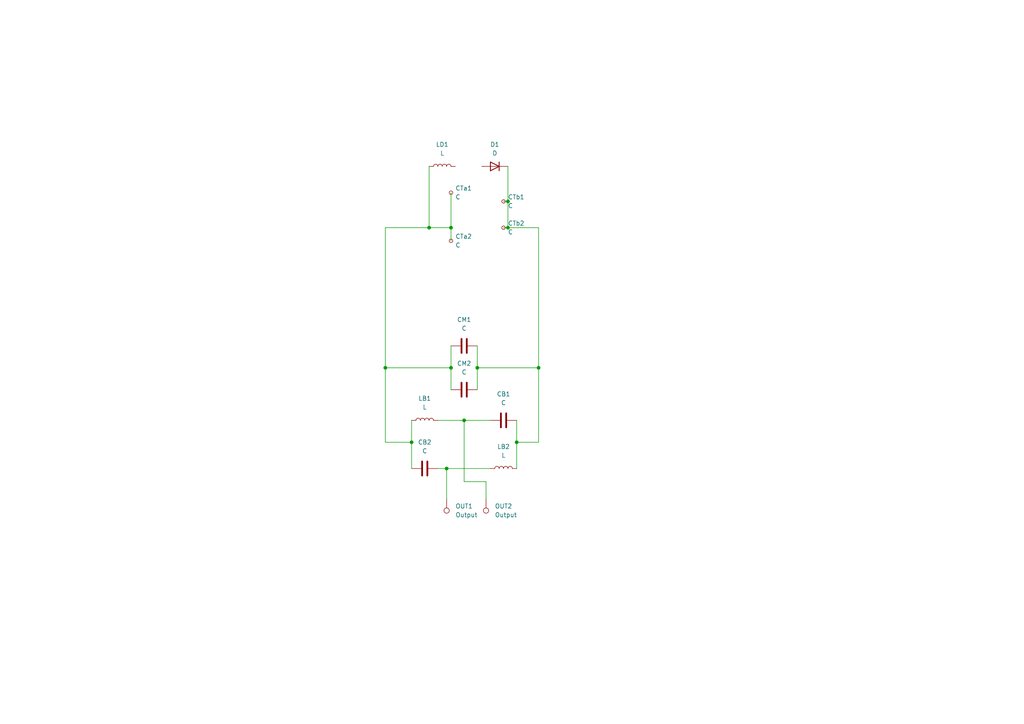
<source format=kicad_sch>
(kicad_sch (version 20211123) (generator eeschema)

  (uuid aa79024d-ca7e-4c24-b127-7df08bbd0c75)

  (paper "A4")

  (lib_symbols
    (symbol "Connector:TestPoint" (pin_numbers hide) (pin_names (offset 0.762) hide) (in_bom yes) (on_board yes)
      (property "Reference" "TP" (id 0) (at 0 6.858 0)
        (effects (font (size 1.27 1.27)))
      )
      (property "Value" "TestPoint" (id 1) (at 0 5.08 0)
        (effects (font (size 1.27 1.27)))
      )
      (property "Footprint" "" (id 2) (at 5.08 0 0)
        (effects (font (size 1.27 1.27)) hide)
      )
      (property "Datasheet" "~" (id 3) (at 5.08 0 0)
        (effects (font (size 1.27 1.27)) hide)
      )
      (property "ki_keywords" "test point tp" (id 4) (at 0 0 0)
        (effects (font (size 1.27 1.27)) hide)
      )
      (property "ki_description" "test point" (id 5) (at 0 0 0)
        (effects (font (size 1.27 1.27)) hide)
      )
      (property "ki_fp_filters" "Pin* Test*" (id 6) (at 0 0 0)
        (effects (font (size 1.27 1.27)) hide)
      )
      (symbol "TestPoint_0_1"
        (circle (center 0 3.302) (radius 0.762)
          (stroke (width 0) (type default) (color 0 0 0 0))
          (fill (type none))
        )
      )
      (symbol "TestPoint_1_1"
        (pin passive line (at 0 0 90) (length 2.54)
          (name "1" (effects (font (size 1.27 1.27))))
          (number "1" (effects (font (size 1.27 1.27))))
        )
      )
    )
    (symbol "Connector:TestPoint_Small" (pin_numbers hide) (pin_names (offset 0.762) hide) (in_bom yes) (on_board yes)
      (property "Reference" "TP" (id 0) (at 0 3.81 0)
        (effects (font (size 1.27 1.27)))
      )
      (property "Value" "TestPoint_Small" (id 1) (at 0 2.032 0)
        (effects (font (size 1.27 1.27)))
      )
      (property "Footprint" "" (id 2) (at 5.08 0 0)
        (effects (font (size 1.27 1.27)) hide)
      )
      (property "Datasheet" "~" (id 3) (at 5.08 0 0)
        (effects (font (size 1.27 1.27)) hide)
      )
      (property "ki_keywords" "test point tp" (id 4) (at 0 0 0)
        (effects (font (size 1.27 1.27)) hide)
      )
      (property "ki_description" "test point" (id 5) (at 0 0 0)
        (effects (font (size 1.27 1.27)) hide)
      )
      (property "ki_fp_filters" "Pin* Test*" (id 6) (at 0 0 0)
        (effects (font (size 1.27 1.27)) hide)
      )
      (symbol "TestPoint_Small_0_1"
        (circle (center 0 0) (radius 0.508)
          (stroke (width 0) (type default) (color 0 0 0 0))
          (fill (type none))
        )
      )
      (symbol "TestPoint_Small_1_1"
        (pin passive line (at 0 0 90) (length 0)
          (name "1" (effects (font (size 1.27 1.27))))
          (number "1" (effects (font (size 1.27 1.27))))
        )
      )
    )
    (symbol "Device:C" (pin_numbers hide) (pin_names (offset 0.254)) (in_bom yes) (on_board yes)
      (property "Reference" "C" (id 0) (at 0.635 2.54 0)
        (effects (font (size 1.27 1.27)) (justify left))
      )
      (property "Value" "C" (id 1) (at 0.635 -2.54 0)
        (effects (font (size 1.27 1.27)) (justify left))
      )
      (property "Footprint" "" (id 2) (at 0.9652 -3.81 0)
        (effects (font (size 1.27 1.27)) hide)
      )
      (property "Datasheet" "~" (id 3) (at 0 0 0)
        (effects (font (size 1.27 1.27)) hide)
      )
      (property "ki_keywords" "cap capacitor" (id 4) (at 0 0 0)
        (effects (font (size 1.27 1.27)) hide)
      )
      (property "ki_description" "Unpolarized capacitor" (id 5) (at 0 0 0)
        (effects (font (size 1.27 1.27)) hide)
      )
      (property "ki_fp_filters" "C_*" (id 6) (at 0 0 0)
        (effects (font (size 1.27 1.27)) hide)
      )
      (symbol "C_0_1"
        (polyline
          (pts
            (xy -2.032 -0.762)
            (xy 2.032 -0.762)
          )
          (stroke (width 0.508) (type default) (color 0 0 0 0))
          (fill (type none))
        )
        (polyline
          (pts
            (xy -2.032 0.762)
            (xy 2.032 0.762)
          )
          (stroke (width 0.508) (type default) (color 0 0 0 0))
          (fill (type none))
        )
      )
      (symbol "C_1_1"
        (pin passive line (at 0 3.81 270) (length 2.794)
          (name "~" (effects (font (size 1.27 1.27))))
          (number "1" (effects (font (size 1.27 1.27))))
        )
        (pin passive line (at 0 -3.81 90) (length 2.794)
          (name "~" (effects (font (size 1.27 1.27))))
          (number "2" (effects (font (size 1.27 1.27))))
        )
      )
    )
    (symbol "Device:D" (pin_numbers hide) (pin_names (offset 1.016) hide) (in_bom yes) (on_board yes)
      (property "Reference" "D" (id 0) (at 0 2.54 0)
        (effects (font (size 1.27 1.27)))
      )
      (property "Value" "D" (id 1) (at 0 -2.54 0)
        (effects (font (size 1.27 1.27)))
      )
      (property "Footprint" "" (id 2) (at 0 0 0)
        (effects (font (size 1.27 1.27)) hide)
      )
      (property "Datasheet" "~" (id 3) (at 0 0 0)
        (effects (font (size 1.27 1.27)) hide)
      )
      (property "ki_keywords" "diode" (id 4) (at 0 0 0)
        (effects (font (size 1.27 1.27)) hide)
      )
      (property "ki_description" "Diode" (id 5) (at 0 0 0)
        (effects (font (size 1.27 1.27)) hide)
      )
      (property "ki_fp_filters" "TO-???* *_Diode_* *SingleDiode* D_*" (id 6) (at 0 0 0)
        (effects (font (size 1.27 1.27)) hide)
      )
      (symbol "D_0_1"
        (polyline
          (pts
            (xy -1.27 1.27)
            (xy -1.27 -1.27)
          )
          (stroke (width 0.254) (type default) (color 0 0 0 0))
          (fill (type none))
        )
        (polyline
          (pts
            (xy 1.27 0)
            (xy -1.27 0)
          )
          (stroke (width 0) (type default) (color 0 0 0 0))
          (fill (type none))
        )
        (polyline
          (pts
            (xy 1.27 1.27)
            (xy 1.27 -1.27)
            (xy -1.27 0)
            (xy 1.27 1.27)
          )
          (stroke (width 0.254) (type default) (color 0 0 0 0))
          (fill (type none))
        )
      )
      (symbol "D_1_1"
        (pin passive line (at -3.81 0 0) (length 2.54)
          (name "K" (effects (font (size 1.27 1.27))))
          (number "1" (effects (font (size 1.27 1.27))))
        )
        (pin passive line (at 3.81 0 180) (length 2.54)
          (name "A" (effects (font (size 1.27 1.27))))
          (number "2" (effects (font (size 1.27 1.27))))
        )
      )
    )
    (symbol "Device:L" (pin_numbers hide) (pin_names (offset 1.016) hide) (in_bom yes) (on_board yes)
      (property "Reference" "L" (id 0) (at -1.27 0 90)
        (effects (font (size 1.27 1.27)))
      )
      (property "Value" "L" (id 1) (at 1.905 0 90)
        (effects (font (size 1.27 1.27)))
      )
      (property "Footprint" "" (id 2) (at 0 0 0)
        (effects (font (size 1.27 1.27)) hide)
      )
      (property "Datasheet" "~" (id 3) (at 0 0 0)
        (effects (font (size 1.27 1.27)) hide)
      )
      (property "ki_keywords" "inductor choke coil reactor magnetic" (id 4) (at 0 0 0)
        (effects (font (size 1.27 1.27)) hide)
      )
      (property "ki_description" "Inductor" (id 5) (at 0 0 0)
        (effects (font (size 1.27 1.27)) hide)
      )
      (property "ki_fp_filters" "Choke_* *Coil* Inductor_* L_*" (id 6) (at 0 0 0)
        (effects (font (size 1.27 1.27)) hide)
      )
      (symbol "L_0_1"
        (arc (start 0 -2.54) (mid 0.635 -1.905) (end 0 -1.27)
          (stroke (width 0) (type default) (color 0 0 0 0))
          (fill (type none))
        )
        (arc (start 0 -1.27) (mid 0.635 -0.635) (end 0 0)
          (stroke (width 0) (type default) (color 0 0 0 0))
          (fill (type none))
        )
        (arc (start 0 0) (mid 0.635 0.635) (end 0 1.27)
          (stroke (width 0) (type default) (color 0 0 0 0))
          (fill (type none))
        )
        (arc (start 0 1.27) (mid 0.635 1.905) (end 0 2.54)
          (stroke (width 0) (type default) (color 0 0 0 0))
          (fill (type none))
        )
      )
      (symbol "L_1_1"
        (pin passive line (at 0 3.81 270) (length 1.27)
          (name "1" (effects (font (size 1.27 1.27))))
          (number "1" (effects (font (size 1.27 1.27))))
        )
        (pin passive line (at 0 -3.81 90) (length 1.27)
          (name "2" (effects (font (size 1.27 1.27))))
          (number "2" (effects (font (size 1.27 1.27))))
        )
      )
    )
  )

  (junction (at 156.21 106.68) (diameter 0) (color 0 0 0 0)
    (uuid 0d2554c6-3c96-43c3-a33e-d419e73dd089)
  )
  (junction (at 134.62 121.92) (diameter 0) (color 0 0 0 0)
    (uuid 1453f220-f491-412a-b0a1-4b5a64e9a826)
  )
  (junction (at 119.38 128.27) (diameter 0) (color 0 0 0 0)
    (uuid 1b71caea-0c10-452d-920e-f004e5ebde3a)
  )
  (junction (at 130.81 106.68) (diameter 0) (color 0 0 0 0)
    (uuid 22b9416f-8f80-40da-9de3-7161140f5a40)
  )
  (junction (at 111.76 106.68) (diameter 0) (color 0 0 0 0)
    (uuid 5211beb4-8a8c-48a6-ba92-121f42aa792d)
  )
  (junction (at 147.32 58.42) (diameter 0) (color 0 0 0 0)
    (uuid 549b42ab-db9d-41e6-b6ee-149f2ee2b00b)
  )
  (junction (at 147.32 66.04) (diameter 0) (color 0 0 0 0)
    (uuid 5c32ca64-a464-4bad-80a5-f235d8b3dcea)
  )
  (junction (at 129.54 135.89) (diameter 0) (color 0 0 0 0)
    (uuid 9621439f-e726-4594-b098-ca56ea6ebea0)
  )
  (junction (at 124.46 66.04) (diameter 0) (color 0 0 0 0)
    (uuid a90cbe53-5b05-4644-ac26-76a5a28659a2)
  )
  (junction (at 130.81 66.04) (diameter 0) (color 0 0 0 0)
    (uuid dc8accd7-4bb7-4791-b134-36cfe2bf68fc)
  )
  (junction (at 149.86 128.27) (diameter 0) (color 0 0 0 0)
    (uuid eda1404a-25f3-42d4-b3de-9cb5b2a0a6f3)
  )
  (junction (at 138.43 106.68) (diameter 0) (color 0 0 0 0)
    (uuid f9ff315f-1426-4f80-ab29-9a84b3dc146b)
  )

  (wire (pts (xy 138.43 106.68) (xy 138.43 113.03))
    (stroke (width 0) (type default) (color 0 0 0 0))
    (uuid 02f95c07-3ce2-4f35-9cd8-dab73003bc99)
  )
  (wire (pts (xy 146.05 58.42) (xy 147.32 58.42))
    (stroke (width 0) (type default) (color 0 0 0 0))
    (uuid 03ce5f58-6240-448c-839c-7e849498fd45)
  )
  (wire (pts (xy 140.97 139.7) (xy 140.97 144.78))
    (stroke (width 0) (type default) (color 0 0 0 0))
    (uuid 07358281-1630-493b-b09c-aa4f87af0873)
  )
  (wire (pts (xy 138.43 100.33) (xy 138.43 106.68))
    (stroke (width 0) (type default) (color 0 0 0 0))
    (uuid 0c43492a-1d06-42e1-aab3-dafca109a963)
  )
  (wire (pts (xy 130.81 66.04) (xy 124.46 66.04))
    (stroke (width 0) (type default) (color 0 0 0 0))
    (uuid 12847707-6b7b-4c9b-9805-e8d803103410)
  )
  (wire (pts (xy 130.81 55.88) (xy 130.81 66.04))
    (stroke (width 0) (type default) (color 0 0 0 0))
    (uuid 17bffe97-bc29-4dff-95c8-7047dcee4c5d)
  )
  (wire (pts (xy 146.05 66.04) (xy 147.32 66.04))
    (stroke (width 0) (type default) (color 0 0 0 0))
    (uuid 28683c2f-87b5-46c1-9ac4-2b08109d6cdc)
  )
  (wire (pts (xy 149.86 128.27) (xy 149.86 135.89))
    (stroke (width 0) (type default) (color 0 0 0 0))
    (uuid 28a4854b-55cf-40bf-936f-20030cb58dca)
  )
  (wire (pts (xy 111.76 106.68) (xy 130.81 106.68))
    (stroke (width 0) (type default) (color 0 0 0 0))
    (uuid 2c5f8593-370a-4c81-8fbb-48a207649603)
  )
  (wire (pts (xy 119.38 128.27) (xy 111.76 128.27))
    (stroke (width 0) (type default) (color 0 0 0 0))
    (uuid 3333ebbd-b600-46c6-8cf0-8b6e02842df3)
  )
  (wire (pts (xy 130.81 100.33) (xy 130.81 106.68))
    (stroke (width 0) (type default) (color 0 0 0 0))
    (uuid 4084d5ae-fdfe-4d77-8dd3-54e01b7fef78)
  )
  (wire (pts (xy 156.21 128.27) (xy 149.86 128.27))
    (stroke (width 0) (type default) (color 0 0 0 0))
    (uuid 47114f1d-9532-4717-938a-a9c9a78fcda2)
  )
  (wire (pts (xy 119.38 128.27) (xy 119.38 135.89))
    (stroke (width 0) (type default) (color 0 0 0 0))
    (uuid 4b561028-5262-4bae-bfbe-51a26aa9465e)
  )
  (wire (pts (xy 149.86 121.92) (xy 149.86 128.27))
    (stroke (width 0) (type default) (color 0 0 0 0))
    (uuid 4c739fa0-f32e-4df4-9b7b-ee3e6afb295f)
  )
  (wire (pts (xy 134.62 139.7) (xy 140.97 139.7))
    (stroke (width 0) (type default) (color 0 0 0 0))
    (uuid 7732cd31-e560-48e9-8478-0a51d342f3ac)
  )
  (wire (pts (xy 147.32 48.26) (xy 147.32 58.42))
    (stroke (width 0) (type default) (color 0 0 0 0))
    (uuid 7d5d6cee-aa65-455a-b282-b642289e3195)
  )
  (wire (pts (xy 119.38 121.92) (xy 119.38 128.27))
    (stroke (width 0) (type default) (color 0 0 0 0))
    (uuid 8266446d-78ad-4856-a3fc-dbcf634eaf02)
  )
  (wire (pts (xy 130.81 69.85) (xy 130.81 66.04))
    (stroke (width 0) (type default) (color 0 0 0 0))
    (uuid 9b4b514c-b288-40ab-af4d-fb8827371f01)
  )
  (wire (pts (xy 147.32 58.42) (xy 147.32 66.04))
    (stroke (width 0) (type default) (color 0 0 0 0))
    (uuid b2cc52a6-323f-4b6e-8f6f-3238936c83e2)
  )
  (wire (pts (xy 129.54 135.89) (xy 142.24 135.89))
    (stroke (width 0) (type default) (color 0 0 0 0))
    (uuid bb7099cc-c520-40fe-903c-e741435320c7)
  )
  (wire (pts (xy 127 121.92) (xy 134.62 121.92))
    (stroke (width 0) (type default) (color 0 0 0 0))
    (uuid c1fe4179-388d-4282-99d0-edcbfa9b02e8)
  )
  (wire (pts (xy 134.62 121.92) (xy 142.24 121.92))
    (stroke (width 0) (type default) (color 0 0 0 0))
    (uuid c33f3b0e-c674-4851-995b-0e57d2ad9003)
  )
  (wire (pts (xy 156.21 106.68) (xy 156.21 66.04))
    (stroke (width 0) (type default) (color 0 0 0 0))
    (uuid c6d49213-b649-47f2-aaed-35c46164f70a)
  )
  (wire (pts (xy 156.21 106.68) (xy 156.21 128.27))
    (stroke (width 0) (type default) (color 0 0 0 0))
    (uuid c8dd4379-1716-4b2e-8015-17f000123a0b)
  )
  (wire (pts (xy 138.43 106.68) (xy 156.21 106.68))
    (stroke (width 0) (type default) (color 0 0 0 0))
    (uuid cf409336-d848-487c-9676-835afbf3ade9)
  )
  (wire (pts (xy 111.76 128.27) (xy 111.76 106.68))
    (stroke (width 0) (type default) (color 0 0 0 0))
    (uuid d1851cec-0898-4ecb-9de2-d90a57dc0d95)
  )
  (wire (pts (xy 124.46 66.04) (xy 111.76 66.04))
    (stroke (width 0) (type default) (color 0 0 0 0))
    (uuid d27b6d29-6e2d-4803-8b90-32d265a5b287)
  )
  (wire (pts (xy 156.21 66.04) (xy 147.32 66.04))
    (stroke (width 0) (type default) (color 0 0 0 0))
    (uuid d656bdff-372f-4249-b085-2c1fb1b5886b)
  )
  (wire (pts (xy 129.54 135.89) (xy 129.54 144.78))
    (stroke (width 0) (type default) (color 0 0 0 0))
    (uuid da9acdf8-61f1-4edb-82f5-c4cb6038e89c)
  )
  (wire (pts (xy 134.62 121.92) (xy 134.62 139.7))
    (stroke (width 0) (type default) (color 0 0 0 0))
    (uuid e55b67f3-33f8-4153-ac28-66156988e0f0)
  )
  (wire (pts (xy 130.81 106.68) (xy 130.81 113.03))
    (stroke (width 0) (type default) (color 0 0 0 0))
    (uuid f19530e4-ffc6-4053-b61e-089a95ad8f8e)
  )
  (wire (pts (xy 127 135.89) (xy 129.54 135.89))
    (stroke (width 0) (type default) (color 0 0 0 0))
    (uuid f1ea0a50-be66-4efb-a9a6-1da01b9f8625)
  )
  (wire (pts (xy 124.46 48.26) (xy 124.46 66.04))
    (stroke (width 0) (type default) (color 0 0 0 0))
    (uuid f6c9d899-f747-41c7-aab0-179c478c0259)
  )
  (wire (pts (xy 111.76 66.04) (xy 111.76 106.68))
    (stroke (width 0) (type default) (color 0 0 0 0))
    (uuid f9ec3aaf-0d66-4f61-971b-b8cc94451204)
  )

  (symbol (lib_id "Device:L") (at 146.05 135.89 90) (unit 1)
    (in_bom yes) (on_board yes) (fields_autoplaced)
    (uuid 1201dbbc-3520-470b-8290-9baccdceac6b)
    (property "Reference" "LB2" (id 0) (at 146.05 129.54 90))
    (property "Value" "L" (id 1) (at 146.05 132.08 90))
    (property "Footprint" "MRBEL_SMD:L_1008HQ" (id 2) (at 146.05 135.89 0)
      (effects (font (size 1.27 1.27)) hide)
    )
    (property "Datasheet" "~" (id 3) (at 146.05 135.89 0)
      (effects (font (size 1.27 1.27)) hide)
    )
    (pin "1" (uuid 87d10d4f-b17d-4582-a4a4-fe549b3608d0))
    (pin "2" (uuid b760081f-e54f-4581-a57f-4dd0383d9ee1))
  )

  (symbol (lib_id "Device:C") (at 134.62 113.03 90) (unit 1)
    (in_bom yes) (on_board yes) (fields_autoplaced)
    (uuid 166f624f-9d52-4171-9ced-5cb6bdd9c702)
    (property "Reference" "CM2" (id 0) (at 134.62 105.41 90))
    (property "Value" "C" (id 1) (at 134.62 107.95 90))
    (property "Footprint" "MRBEL_SMD:1111-2222" (id 2) (at 138.43 112.0648 0)
      (effects (font (size 1.27 1.27)) hide)
    )
    (property "Datasheet" "~" (id 3) (at 134.62 113.03 0)
      (effects (font (size 1.27 1.27)) hide)
    )
    (pin "1" (uuid 60326336-7b2b-461c-98a1-dabb6c7f4270))
    (pin "2" (uuid 04ecab63-3ba3-4607-adfb-660554b07e19))
  )

  (symbol (lib_id "Connector:TestPoint") (at 129.54 144.78 180) (unit 1)
    (in_bom yes) (on_board yes) (fields_autoplaced)
    (uuid 1de97fb6-ccb9-4b42-99b2-ff1551038ac1)
    (property "Reference" "OUT1" (id 0) (at 132.08 146.8119 0)
      (effects (font (size 1.27 1.27)) (justify right))
    )
    (property "Value" "Output" (id 1) (at 132.08 149.3519 0)
      (effects (font (size 1.27 1.27)) (justify right))
    )
    (property "Footprint" "" (id 2) (at 124.46 144.78 0)
      (effects (font (size 1.27 1.27)) hide)
    )
    (property "Datasheet" "~" (id 3) (at 124.46 144.78 0)
      (effects (font (size 1.27 1.27)) hide)
    )
    (pin "1" (uuid 99292b52-1e32-45b0-8600-21b94125ccf4))
  )

  (symbol (lib_id "Device:C") (at 146.05 121.92 90) (unit 1)
    (in_bom yes) (on_board yes) (fields_autoplaced)
    (uuid 3a84c16b-eb32-42db-a07e-4bc87fd3ce65)
    (property "Reference" "CB1" (id 0) (at 146.05 114.3 90))
    (property "Value" "C" (id 1) (at 146.05 116.84 90))
    (property "Footprint" "MRBEL_SMD:1111-2222" (id 2) (at 149.86 120.9548 0)
      (effects (font (size 1.27 1.27)) hide)
    )
    (property "Datasheet" "~" (id 3) (at 146.05 121.92 0)
      (effects (font (size 1.27 1.27)) hide)
    )
    (pin "1" (uuid 479b838d-776d-40c7-983e-bc041465cdd2))
    (pin "2" (uuid 6d90ed54-d2eb-481e-8825-b4c0da15c178))
  )

  (symbol (lib_id "Connector:TestPoint_Small") (at 146.05 66.04 0) (unit 1)
    (in_bom yes) (on_board yes) (fields_autoplaced)
    (uuid 3f0c4268-9670-42b2-b0e6-572fcdba9364)
    (property "Reference" "CTb2" (id 0) (at 147.32 64.7699 0)
      (effects (font (size 1.27 1.27)) (justify left))
    )
    (property "Value" "C" (id 1) (at 147.32 67.3099 0)
      (effects (font (size 1.27 1.27)) (justify left))
    )
    (property "Footprint" "MRBEL_SMD:1111-2222-One-Pad" (id 2) (at 151.13 66.04 0)
      (effects (font (size 1.27 1.27)) hide)
    )
    (property "Datasheet" "~" (id 3) (at 151.13 66.04 0)
      (effects (font (size 1.27 1.27)) hide)
    )
    (pin "1" (uuid 100ba76d-b742-4a7c-b00a-f25328546189))
  )

  (symbol (lib_id "Connector:TestPoint") (at 140.97 144.78 180) (unit 1)
    (in_bom yes) (on_board yes) (fields_autoplaced)
    (uuid 46ade5a6-dce9-44db-938a-03f193cf8d53)
    (property "Reference" "OUT2" (id 0) (at 143.51 146.8119 0)
      (effects (font (size 1.27 1.27)) (justify right))
    )
    (property "Value" "Output" (id 1) (at 143.51 149.3519 0)
      (effects (font (size 1.27 1.27)) (justify right))
    )
    (property "Footprint" "" (id 2) (at 135.89 144.78 0)
      (effects (font (size 1.27 1.27)) hide)
    )
    (property "Datasheet" "~" (id 3) (at 135.89 144.78 0)
      (effects (font (size 1.27 1.27)) hide)
    )
    (pin "1" (uuid dcef3ba9-1a9b-4432-aaa1-bfa952cffb5a))
  )

  (symbol (lib_id "Device:C") (at 134.62 100.33 90) (unit 1)
    (in_bom yes) (on_board yes) (fields_autoplaced)
    (uuid 5b04e20f-8575-4362-b040-2e2133d670c8)
    (property "Reference" "CM1" (id 0) (at 134.62 92.71 90))
    (property "Value" "C" (id 1) (at 134.62 95.25 90))
    (property "Footprint" "MRBEL_SMD:1111-2222" (id 2) (at 138.43 99.3648 0)
      (effects (font (size 1.27 1.27)) hide)
    )
    (property "Datasheet" "~" (id 3) (at 134.62 100.33 0)
      (effects (font (size 1.27 1.27)) hide)
    )
    (pin "1" (uuid 617edc57-1dbf-4296-b365-6d76f68a1c0f))
    (pin "2" (uuid 02b1295e-cf95-47ff-9c57-f8ada28f2e94))
  )

  (symbol (lib_id "Device:L") (at 128.27 48.26 90) (unit 1)
    (in_bom yes) (on_board yes) (fields_autoplaced)
    (uuid 5ec71415-e01c-4daa-ab47-751d8333dd47)
    (property "Reference" "LD1" (id 0) (at 128.27 41.91 90))
    (property "Value" "L" (id 1) (at 128.27 44.45 90))
    (property "Footprint" "MRBEL_SMD:L_1008HQ" (id 2) (at 128.27 48.26 0)
      (effects (font (size 1.27 1.27)) hide)
    )
    (property "Datasheet" "~" (id 3) (at 128.27 48.26 0)
      (effects (font (size 1.27 1.27)) hide)
    )
    (pin "1" (uuid 8bdf5382-ae8a-4da0-a17e-8259042acf63))
    (pin "2" (uuid 206ecf25-9ce7-4646-9512-b2a03aa7930a))
  )

  (symbol (lib_id "Device:L") (at 123.19 121.92 90) (unit 1)
    (in_bom yes) (on_board yes) (fields_autoplaced)
    (uuid 611ea3ff-9d3e-48a6-89db-7a27749f0ec7)
    (property "Reference" "LB1" (id 0) (at 123.19 115.57 90))
    (property "Value" "L" (id 1) (at 123.19 118.11 90))
    (property "Footprint" "MRBEL_SMD:L_1008HQ" (id 2) (at 123.19 121.92 0)
      (effects (font (size 1.27 1.27)) hide)
    )
    (property "Datasheet" "~" (id 3) (at 123.19 121.92 0)
      (effects (font (size 1.27 1.27)) hide)
    )
    (pin "1" (uuid 99f74911-192d-4338-b240-71453ad5dc04))
    (pin "2" (uuid 1da8fdfe-c72b-4fd8-a96a-7ef7301d2bee))
  )

  (symbol (lib_id "Connector:TestPoint_Small") (at 130.81 55.88 0) (unit 1)
    (in_bom yes) (on_board yes) (fields_autoplaced)
    (uuid 7d6f59ac-1138-4619-9a58-067d67cd3cb4)
    (property "Reference" "CTa1" (id 0) (at 132.08 54.6099 0)
      (effects (font (size 1.27 1.27)) (justify left))
    )
    (property "Value" "C" (id 1) (at 132.08 57.1499 0)
      (effects (font (size 1.27 1.27)) (justify left))
    )
    (property "Footprint" "MRBEL_SMD:1111-2222-One-Pad" (id 2) (at 135.89 55.88 0)
      (effects (font (size 1.27 1.27)) hide)
    )
    (property "Datasheet" "~" (id 3) (at 135.89 55.88 0)
      (effects (font (size 1.27 1.27)) hide)
    )
    (pin "1" (uuid 75d235a8-dc57-4f9d-a137-9747864e0816))
  )

  (symbol (lib_id "Connector:TestPoint_Small") (at 130.81 69.85 0) (unit 1)
    (in_bom yes) (on_board yes)
    (uuid 981a1b3c-61e7-42bc-bc28-5404ff7fed2d)
    (property "Reference" "CTa2" (id 0) (at 132.08 68.5799 0)
      (effects (font (size 1.27 1.27)) (justify left))
    )
    (property "Value" "C" (id 1) (at 132.08 71.1199 0)
      (effects (font (size 1.27 1.27)) (justify left))
    )
    (property "Footprint" "MRBEL_SMD:1111-2222-One-Pad" (id 2) (at 135.89 69.85 0)
      (effects (font (size 1.27 1.27)) hide)
    )
    (property "Datasheet" "~" (id 3) (at 135.89 69.85 0)
      (effects (font (size 1.27 1.27)) hide)
    )
    (pin "1" (uuid ea51ef56-024b-4853-8a98-985e9d841220))
  )

  (symbol (lib_id "Connector:TestPoint_Small") (at 146.05 58.42 0) (unit 1)
    (in_bom yes) (on_board yes) (fields_autoplaced)
    (uuid c2390299-fea3-4460-958e-34d8afef61d0)
    (property "Reference" "CTb1" (id 0) (at 147.32 57.1499 0)
      (effects (font (size 1.27 1.27)) (justify left))
    )
    (property "Value" "C" (id 1) (at 147.32 59.6899 0)
      (effects (font (size 1.27 1.27)) (justify left))
    )
    (property "Footprint" "MRBEL_SMD:1111-2222-One-Pad" (id 2) (at 151.13 58.42 0)
      (effects (font (size 1.27 1.27)) hide)
    )
    (property "Datasheet" "~" (id 3) (at 151.13 58.42 0)
      (effects (font (size 1.27 1.27)) hide)
    )
    (pin "1" (uuid f40bab7f-a74b-4856-b50f-e29dda7487fb))
  )

  (symbol (lib_id "Device:D") (at 143.51 48.26 180) (unit 1)
    (in_bom yes) (on_board yes) (fields_autoplaced)
    (uuid def2759a-d083-43bd-b3ab-a83aa368a448)
    (property "Reference" "D1" (id 0) (at 143.51 41.91 0))
    (property "Value" "D" (id 1) (at 143.51 44.45 0))
    (property "Footprint" "MRBEL_SMD:PIN_1091" (id 2) (at 143.51 48.26 0)
      (effects (font (size 1.27 1.27)) hide)
    )
    (property "Datasheet" "~" (id 3) (at 143.51 48.26 0)
      (effects (font (size 1.27 1.27)) hide)
    )
    (pin "1" (uuid 76887987-5d2f-4040-8ebf-603bae967a51))
    (pin "2" (uuid 5862d5d4-0323-488a-a88d-eea5d0e5ba3e))
  )

  (symbol (lib_id "Device:C") (at 123.19 135.89 90) (unit 1)
    (in_bom yes) (on_board yes) (fields_autoplaced)
    (uuid e9e2f053-e9f1-46de-9ac2-2c060c8cb4c6)
    (property "Reference" "CB2" (id 0) (at 123.19 128.27 90))
    (property "Value" "C" (id 1) (at 123.19 130.81 90))
    (property "Footprint" "MRBEL_SMD:1111-2222" (id 2) (at 127 134.9248 0)
      (effects (font (size 1.27 1.27)) hide)
    )
    (property "Datasheet" "~" (id 3) (at 123.19 135.89 0)
      (effects (font (size 1.27 1.27)) hide)
    )
    (pin "1" (uuid b670c6f1-946a-44e4-93c7-4dada6843506))
    (pin "2" (uuid 343c284e-7d4a-4aac-88d7-394c941c34f2))
  )

  (sheet_instances
    (path "/" (page "1"))
  )

  (symbol_instances
    (path "/3a84c16b-eb32-42db-a07e-4bc87fd3ce65"
      (reference "CB1") (unit 1) (value "C") (footprint "MRBEL_SMD:1111-2222")
    )
    (path "/e9e2f053-e9f1-46de-9ac2-2c060c8cb4c6"
      (reference "CB2") (unit 1) (value "C") (footprint "MRBEL_SMD:1111-2222")
    )
    (path "/5b04e20f-8575-4362-b040-2e2133d670c8"
      (reference "CM1") (unit 1) (value "C") (footprint "MRBEL_SMD:1111-2222")
    )
    (path "/166f624f-9d52-4171-9ced-5cb6bdd9c702"
      (reference "CM2") (unit 1) (value "C") (footprint "MRBEL_SMD:1111-2222")
    )
    (path "/7d6f59ac-1138-4619-9a58-067d67cd3cb4"
      (reference "CTa1") (unit 1) (value "C") (footprint "MRBEL_SMD:1111-2222-One-Pad")
    )
    (path "/981a1b3c-61e7-42bc-bc28-5404ff7fed2d"
      (reference "CTa2") (unit 1) (value "C") (footprint "MRBEL_SMD:1111-2222-One-Pad")
    )
    (path "/c2390299-fea3-4460-958e-34d8afef61d0"
      (reference "CTb1") (unit 1) (value "C") (footprint "MRBEL_SMD:1111-2222-One-Pad")
    )
    (path "/3f0c4268-9670-42b2-b0e6-572fcdba9364"
      (reference "CTb2") (unit 1) (value "C") (footprint "MRBEL_SMD:1111-2222-One-Pad")
    )
    (path "/def2759a-d083-43bd-b3ab-a83aa368a448"
      (reference "D1") (unit 1) (value "D") (footprint "MRBEL_SMD:PIN_1091")
    )
    (path "/611ea3ff-9d3e-48a6-89db-7a27749f0ec7"
      (reference "LB1") (unit 1) (value "L") (footprint "MRBEL_SMD:L_1008HQ")
    )
    (path "/1201dbbc-3520-470b-8290-9baccdceac6b"
      (reference "LB2") (unit 1) (value "L") (footprint "MRBEL_SMD:L_1008HQ")
    )
    (path "/5ec71415-e01c-4daa-ab47-751d8333dd47"
      (reference "LD1") (unit 1) (value "L") (footprint "MRBEL_SMD:L_1008HQ")
    )
    (path "/1de97fb6-ccb9-4b42-99b2-ff1551038ac1"
      (reference "OUT1") (unit 1) (value "Output") (footprint "")
    )
    (path "/46ade5a6-dce9-44db-938a-03f193cf8d53"
      (reference "OUT2") (unit 1) (value "Output") (footprint "")
    )
  )
)

</source>
